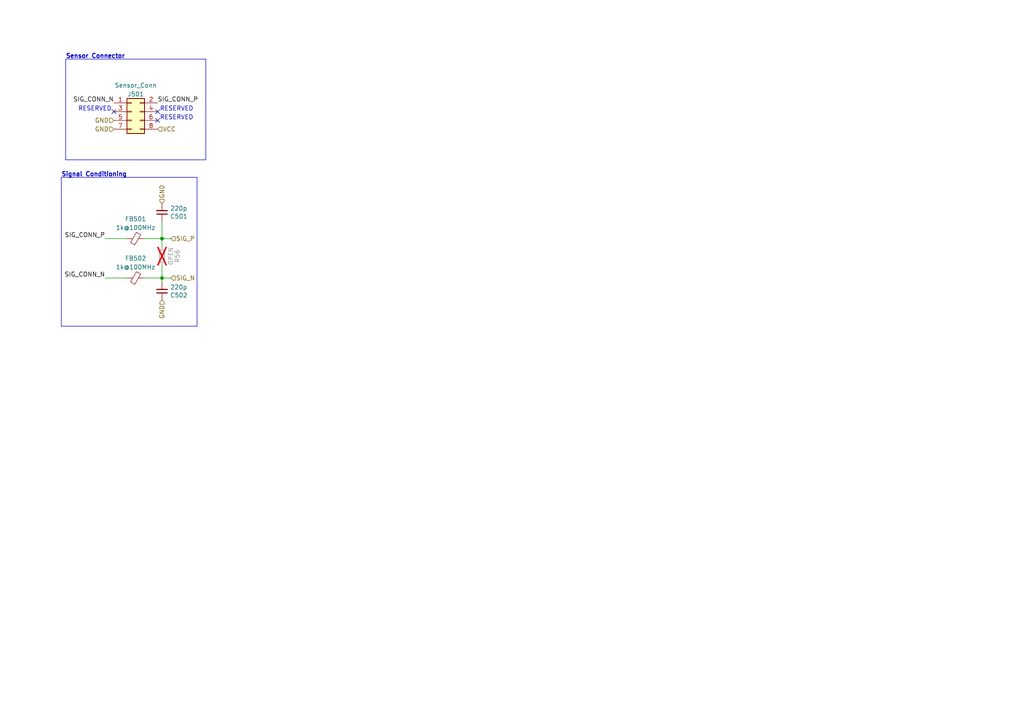
<source format=kicad_sch>
(kicad_sch (version 20230121) (generator eeschema)
  (paper "A4")
  (title_block (title "Kleinvoet") (date "2023-04-12") (rev "${PROJECT_REV}") (company "Department of Electrical and Electronic Engineering - Stellenbosch University") (comment 1 "Digital Signal Processing Laboratory") (comment 2 "Author: CM Geldenhuys <cmgeldenhuys@sun.ac.za>") (comment 3 "Project: Kleinvoet") (comment 4 "License: CERN-OHL-S-2.0"))
  (lib_symbols
    (symbol "Connector_Generic:Conn_02x04_Odd_Even" (pin_names (offset 1.016) hide)
      (property "Reference" "J" (at 1.27 5.08 0))
      (property "Value" "Conn_02x04_Odd_Even" (at 1.27 -7.62 0))
      (symbol "Conn_02x04_Odd_Even_1_1"
        (rectangle (start -1.27 -4.953) (end 0 -5.207) (stroke (width 0.1524)))
        (rectangle (start -1.27 -2.413) (end 0 -2.667) (stroke (width 0.1524)))
        (rectangle (start -1.27 0.127) (end 0 -0.127) (stroke (width 0.1524)))
        (rectangle (start -1.27 2.667) (end 0 2.413) (stroke (width 0.1524)))
        (rectangle (start -1.27 3.81) (end 3.81 -6.35) (stroke (width 0.254)) (fill (type background)))
        (rectangle (start 3.81 -4.953) (end 2.54 -5.207) (stroke (width 0.1524)))
        (rectangle (start 3.81 -2.413) (end 2.54 -2.667) (stroke (width 0.1524)))
        (rectangle (start 3.81 0.127) (end 2.54 -0.127) (stroke (width 0.1524)))
        (rectangle (start 3.81 2.667) (end 2.54 2.413) (stroke (width 0.1524)))
        (pin passive line (at -5.08 2.54 0) (length 3.81) (name "Pin_1") (number "1"))
        (pin passive line (at 7.62 2.54 180) (length 3.81) (name "Pin_2") (number "2"))
        (pin passive line (at -5.08 0 0) (length 3.81) (name "Pin_3") (number "3"))
        (pin passive line (at 7.62 0 180) (length 3.81) (name "Pin_4") (number "4"))
        (pin passive line (at -5.08 -2.54 0) (length 3.81) (name "Pin_5") (number "5"))
        (pin passive line (at 7.62 -2.54 180) (length 3.81) (name "Pin_6") (number "6"))
        (pin passive line (at -5.08 -5.08 0) (length 3.81) (name "Pin_7") (number "7"))
        (pin passive line (at 7.62 -5.08 180) (length 3.81) (name "Pin_8") (number "8"))
      )
    )
    (symbol "Device:C_Small" (pin_numbers hide) (pin_names (offset 0.254) hide)
      (property "Reference" "C" (at 0.254 1.778 0))
      (property "Value" "C_Small" (at 0.254 -2.032 0))
      (symbol "C_Small_0_1"
        (polyline (pts (xy -1.524 -0.508) (xy 1.524 -0.508)) (stroke (width 0.3302)))
        (polyline (pts (xy -1.524 0.508) (xy 1.524 0.508)) (stroke (width 0.3048)))
      )
      (symbol "C_Small_1_1"
        (pin passive line (at 0 2.54 270) (length 2.032) (name "~") (number "1"))
        (pin passive line (at 0 -2.54 90) (length 2.032) (name "~") (number "2"))
      )
    )
    (symbol "Device:FerriteBead_Small" (pin_numbers hide) (pin_names (offset 0))
      (property "Reference" "FB" (at 1.905 1.27 0))
      (property "Value" "FerriteBead_Small" (at 1.905 -1.27 0))
      (symbol "FerriteBead_Small_0_1"
        (polyline (pts (xy 0 -1.27) (xy 0 -0.7874)))
        (polyline (pts (xy 0 0.889) (xy 0 1.2954)))
        (polyline (pts (xy -1.8288 0.2794) (xy -1.1176 1.4986) (xy 1.8288 -0.2032) (xy 1.1176 -1.4224) (xy -1.8288 0.2794)))
      )
      (symbol "FerriteBead_Small_1_1"
        (pin passive line (at 0 2.54 270) (length 1.27) (name "~") (number "1"))
        (pin passive line (at 0 -2.54 90) (length 1.27) (name "~") (number "2"))
      )
    )
    (symbol "Device:R_Small" (pin_numbers hide) (pin_names (offset 0.254) hide)
      (property "Reference" "R" (at 0.762 0.508 0))
      (property "Value" "R_Small" (at 0.762 -1.016 0))
      (symbol "R_Small_0_1"
        (rectangle (start -0.762 1.778) (end 0.762 -1.778) (stroke (width 0.2032)))
      )
      (symbol "R_Small_1_1"
        (pin passive line (at 0 2.54 270) (length 0.762) (name "~") (number "1"))
        (pin passive line (at 0 -2.54 90) (length 0.762) (name "~") (number "2"))
      )
    )
  )
  (junction (at 46.99 80.645))
  (junction (at 46.99 69.215))
  (no_connect (at 45.72 34.925))
  (no_connect (at 33.02 32.385))
  (no_connect (at 45.72 32.385))
  (wire (pts (xy 49.53 80.645) (xy 46.99 80.645)))
  (polyline (pts (xy 19.05 17.145) (xy 19.05 46.355)))
  (polyline (pts (xy 17.78 51.435) (xy 17.78 94.615)))
  (polyline (pts (xy 19.05 46.355) (xy 59.69 46.355)))
  (wire (pts (xy 36.83 69.215) (xy 30.48 69.215)))
  (wire (pts (xy 46.99 81.915) (xy 46.99 80.645)))
  (wire (pts (xy 36.83 80.645) (xy 30.48 80.645)))
  (wire (pts (xy 46.99 80.645) (xy 41.91 80.645)))
  (wire (pts (xy 46.99 69.215) (xy 46.99 71.755)))
  (polyline (pts (xy 59.69 17.145) (xy 59.69 46.355)))
  (polyline (pts (xy 59.69 17.145) (xy 19.05 17.145)))
  (polyline (pts (xy 17.78 94.615) (xy 57.15 94.615)))
  (wire (pts (xy 46.99 69.215) (xy 41.91 69.215)))
  (polyline (pts (xy 57.15 94.615) (xy 57.15 51.435)))
  (wire (pts (xy 46.99 76.835) (xy 46.99 80.645)))
  (polyline (pts (xy 17.78 51.435) (xy 57.15 51.435)))
  (wire (pts (xy 49.53 69.215) (xy 46.99 69.215)))
  (wire (pts (xy 46.99 64.135) (xy 46.99 69.215)))
  (text "Sensor Connector" (at 19.05 17.145 0) (effects (font (size 1.27 1.27) (thickness 0.254) bold) (justify left bottom)))
  (text "RESERVED" (at 46.355 32.385 0) (effects (font (size 1.27 1.27)) (justify left bottom)))
  (text "RESERVED" (at 46.355 34.925 0) (effects (font (size 1.27 1.27)) (justify left bottom)))
  (text "RESERVED" (at 32.385 32.385 0) (effects (font (size 1.27 1.27)) (justify right bottom)))
  (text "Signal Conditioning" (at 17.78 51.435 0) (effects (font (size 1.27 1.27) (thickness 0.254) bold) (justify left bottom)))
  (label "SIG_CONN_N" (at 33.02 29.845 180))
  (label "SIG_CONN_P" (at 30.48 69.215 180))
  (label "SIG_CONN_N" (at 30.48 80.645 180))
  (label "SIG_CONN_P" (at 45.72 29.845 0))
  (hierarchical_label "SIG_P" (shape input) (at 49.53 69.215 0))
  (hierarchical_label "GND" (shape input) (at 46.99 59.055 90))
  (hierarchical_label "GND" (shape input) (at 33.02 37.465 180))
  (hierarchical_label "SIG_N" (shape input) (at 49.53 80.645 0))
  (hierarchical_label "VCC" (shape input) (at 45.72 37.465 0))
  (hierarchical_label "GND" (shape input) (at 46.99 86.995 270))
  (hierarchical_label "GND" (shape input) (at 33.02 34.925 180))
  (symbol (lib_id "Connector_Generic:Conn_02x04_Odd_Even") (at 38.1 32.385 0) (unit 1)
    (property "Reference" "J501" (at 39.37 27.305 0))
    (property "Value" "Sensor_Conn" (at 39.37 24.765 0))
    (property "Footprint" "grootvoet:TE_7-215079-8" (effects hide))
    (property "MPN" "7-215079-8, 7-215083-8" (effects hide))
    (property "Mfr." "TE Connectivity" (effects hide))
    (instances (project "kleinvoet" (path "" (reference "J501") (unit 1)) (path "" (reference "J601") (unit 1)) (path "" (reference "J1101") (unit 1))))
  )
  (symbol (lib_id "Device:C_Small") (at 46.99 84.455 0) (mirror x) (unit 1)
    (property "Reference" "C502" (at 49.3268 85.6234 0) (effects (justify left)))
    (property "Value" "220p" (at 49.3268 83.312 0) (effects (justify left)))
    (property "Footprint" "Capacitor_SMD:C_0402_1005Metric" (effects hide))
    (property "MPN" "GRT1555C1H221FA02D" (effects hide))
    (property "Mfr." "Murata" (effects hide))
    (instances (project "kleinvoet" (path "" (reference "C502") (unit 1)) (path "" (reference "C602") (unit 1)) (path "" (reference "C1102") (unit 1))))
  )
  (symbol (lib_id "Device:C_Small") (at 46.99 61.595 0) (mirror x) (unit 1)
    (property "Reference" "C501" (at 49.3268 62.7634 0) (effects (justify left)))
    (property "Value" "220p" (at 49.3268 60.452 0) (effects (justify left)))
    (property "Footprint" "Capacitor_SMD:C_0402_1005Metric" (effects hide))
    (property "MPN" "GRT1555C1H221FA02D" (effects hide))
    (property "Mfr." "Murata" (effects hide))
    (instances (project "kleinvoet" (path "" (reference "C501") (unit 1)) (path "" (reference "C601") (unit 1)) (path "" (reference "C1101") (unit 1))))
  )
  (symbol (lib_id "Device:FerriteBead_Small") (at 39.37 80.645 90) (unit 1)
    (property "Reference" "FB502" (at 39.3319 74.93 90))
    (property "Value" "1k@100MHz" (at 39.3319 77.47 90))
    (property "Footprint" "Inductor_SMD:L_0402_1005Metric" (effects hide))
    (property "Mfr." "Murata" (effects hide))
    (instances (project "kleinvoet" (path "" (reference "FB502") (unit 1)) (path "" (reference "FB602") (unit 1)) (path "" (reference "FB1102") (unit 1))))
  )
  (symbol (lib_id "Device:FerriteBead_Small") (at 39.37 69.215 90) (unit 1)
    (property "Reference" "FB501" (at 39.3319 63.5 90))
    (property "Value" "1k@100MHz" (at 39.3319 66.04 90))
    (property "Footprint" "Inductor_SMD:L_0402_1005Metric" (effects hide))
    (property "Mfr." "Murata" (effects hide))
    (instances (project "kleinvoet" (path "" (reference "FB501") (unit 1)) (path "" (reference "FB601") (unit 1)) (path "" (reference "FB1101") (unit 1))))
  )
  (symbol (lib_id "Device:R_Small") (at 46.99 74.295 0) (unit 1) (in_bom no) (dnp yes)
    (property "Reference" "R56" (at 51.435 74.295 90))
    (property "Value" "OPEN" (at 49.53 74.295 90))
    (property "Footprint" "Resistor_SMD:R_0402_1005Metric_Pad0.72x0.64mm_HandSolder" (effects hide))
    (property "MPN" "DNP" (effects hide))
    (property "Mfr." "DNP" (effects hide))
    (instances (project "kleinvoet" (path "" (reference "R56") (unit 1)) (path "" (reference "R57") (unit 1)) (path "" (reference "R501") (unit 1)) (path "" (reference "R601") (unit 1)) (path "" (reference "R1101") (unit 1))))
  )
)
</source>
